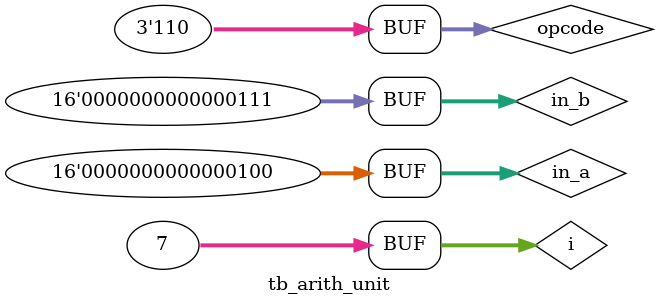
<source format=v>
`timescale 1ns / 1ps

module tb_arith_unit(
    );
    
                                
reg [15:0] in_a;        
reg [15:0] in_b;        
reg [2:0] opcode;       
wire [31:0] out_arith;     
    
    
    
    arith_unit AU(                                
                  . in_a(in_a),                  
                  . in_b(in_b),                  
                  .opcode(opcode),       
                  .out_arith(out_arith)  
                  );                          
                                                  
initial
begin
    in_a = 16'h0004;
    in_b = 16'h0007;
                                                                                                     
end                                                                                                    

integer i;
initial
begin
for ( i = 0; i < 3'hf; i= i+1)
    begin
        opcode <= i;
    #5;
    end
end  

endmodule

</source>
